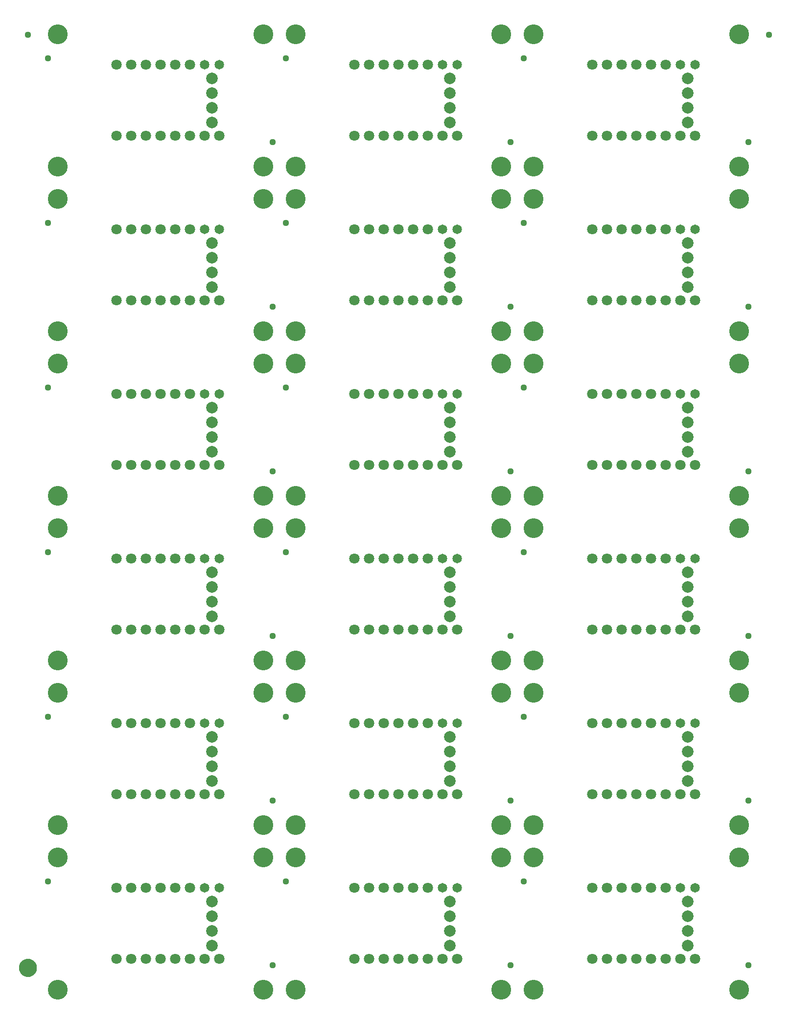
<source format=gbs>
G04 EAGLE Gerber RS-274X export*
G75*
%MOMM*%
%FSLAX34Y34*%
%LPD*%
%INSoldermask Bottom*%
%IPPOS*%
%AMOC8*
5,1,8,0,0,1.08239X$1,22.5*%
G01*
%ADD10C,2.006600*%
%ADD11C,1.127000*%
%ADD12C,1.803400*%
%ADD13C,1.651000*%
%ADD14C,3.429000*%
%ADD15C,1.270000*%
%ADD16C,1.627000*%


D10*
X292100Y101600D03*
X292100Y127000D03*
X292100Y152400D03*
X292100Y177800D03*
D11*
X8890Y212090D03*
X397510Y67310D03*
D12*
X304980Y78780D03*
X279580Y78780D03*
X254180Y78780D03*
X228780Y78780D03*
X203380Y78780D03*
X177980Y78780D03*
X152580Y78780D03*
X127180Y78780D03*
X127180Y201180D03*
X152580Y201180D03*
X177980Y201180D03*
X203380Y201180D03*
X228780Y201180D03*
X254180Y201180D03*
D13*
X279580Y201180D03*
X304980Y201180D03*
D14*
X381000Y25400D03*
X25400Y254000D03*
X25400Y25400D03*
X381000Y254000D03*
D10*
X703580Y101600D03*
X703580Y127000D03*
X703580Y152400D03*
X703580Y177800D03*
D11*
X420370Y212090D03*
X808990Y67310D03*
D12*
X716460Y78780D03*
X691060Y78780D03*
X665660Y78780D03*
X640260Y78780D03*
X614860Y78780D03*
X589460Y78780D03*
X564060Y78780D03*
X538660Y78780D03*
X538660Y201180D03*
X564060Y201180D03*
X589460Y201180D03*
X614860Y201180D03*
X640260Y201180D03*
X665660Y201180D03*
D13*
X691060Y201180D03*
X716460Y201180D03*
D14*
X792480Y25400D03*
X436880Y254000D03*
X436880Y25400D03*
X792480Y254000D03*
D10*
X1115060Y101600D03*
X1115060Y127000D03*
X1115060Y152400D03*
X1115060Y177800D03*
D11*
X831850Y212090D03*
X1220470Y67310D03*
D12*
X1127940Y78780D03*
X1102540Y78780D03*
X1077140Y78780D03*
X1051740Y78780D03*
X1026340Y78780D03*
X1000940Y78780D03*
X975540Y78780D03*
X950140Y78780D03*
X950140Y201180D03*
X975540Y201180D03*
X1000940Y201180D03*
X1026340Y201180D03*
X1051740Y201180D03*
X1077140Y201180D03*
D13*
X1102540Y201180D03*
X1127940Y201180D03*
D14*
X1203960Y25400D03*
X848360Y254000D03*
X848360Y25400D03*
X1203960Y254000D03*
D10*
X292100Y386080D03*
X292100Y411480D03*
X292100Y436880D03*
X292100Y462280D03*
D11*
X8890Y496570D03*
X397510Y351790D03*
D12*
X304980Y363260D03*
X279580Y363260D03*
X254180Y363260D03*
X228780Y363260D03*
X203380Y363260D03*
X177980Y363260D03*
X152580Y363260D03*
X127180Y363260D03*
X127180Y485660D03*
X152580Y485660D03*
X177980Y485660D03*
X203380Y485660D03*
X228780Y485660D03*
X254180Y485660D03*
D13*
X279580Y485660D03*
X304980Y485660D03*
D14*
X381000Y309880D03*
X25400Y538480D03*
X25400Y309880D03*
X381000Y538480D03*
D10*
X703580Y386080D03*
X703580Y411480D03*
X703580Y436880D03*
X703580Y462280D03*
D11*
X420370Y496570D03*
X808990Y351790D03*
D12*
X716460Y363260D03*
X691060Y363260D03*
X665660Y363260D03*
X640260Y363260D03*
X614860Y363260D03*
X589460Y363260D03*
X564060Y363260D03*
X538660Y363260D03*
X538660Y485660D03*
X564060Y485660D03*
X589460Y485660D03*
X614860Y485660D03*
X640260Y485660D03*
X665660Y485660D03*
D13*
X691060Y485660D03*
X716460Y485660D03*
D14*
X792480Y309880D03*
X436880Y538480D03*
X436880Y309880D03*
X792480Y538480D03*
D10*
X1115060Y386080D03*
X1115060Y411480D03*
X1115060Y436880D03*
X1115060Y462280D03*
D11*
X831850Y496570D03*
X1220470Y351790D03*
D12*
X1127940Y363260D03*
X1102540Y363260D03*
X1077140Y363260D03*
X1051740Y363260D03*
X1026340Y363260D03*
X1000940Y363260D03*
X975540Y363260D03*
X950140Y363260D03*
X950140Y485660D03*
X975540Y485660D03*
X1000940Y485660D03*
X1026340Y485660D03*
X1051740Y485660D03*
X1077140Y485660D03*
D13*
X1102540Y485660D03*
X1127940Y485660D03*
D14*
X1203960Y309880D03*
X848360Y538480D03*
X848360Y309880D03*
X1203960Y538480D03*
D10*
X292100Y670560D03*
X292100Y695960D03*
X292100Y721360D03*
X292100Y746760D03*
D11*
X8890Y781050D03*
X397510Y636270D03*
D12*
X304980Y647740D03*
X279580Y647740D03*
X254180Y647740D03*
X228780Y647740D03*
X203380Y647740D03*
X177980Y647740D03*
X152580Y647740D03*
X127180Y647740D03*
X127180Y770140D03*
X152580Y770140D03*
X177980Y770140D03*
X203380Y770140D03*
X228780Y770140D03*
X254180Y770140D03*
D13*
X279580Y770140D03*
X304980Y770140D03*
D14*
X381000Y594360D03*
X25400Y822960D03*
X25400Y594360D03*
X381000Y822960D03*
D10*
X703580Y670560D03*
X703580Y695960D03*
X703580Y721360D03*
X703580Y746760D03*
D11*
X420370Y781050D03*
X808990Y636270D03*
D12*
X716460Y647740D03*
X691060Y647740D03*
X665660Y647740D03*
X640260Y647740D03*
X614860Y647740D03*
X589460Y647740D03*
X564060Y647740D03*
X538660Y647740D03*
X538660Y770140D03*
X564060Y770140D03*
X589460Y770140D03*
X614860Y770140D03*
X640260Y770140D03*
X665660Y770140D03*
D13*
X691060Y770140D03*
X716460Y770140D03*
D14*
X792480Y594360D03*
X436880Y822960D03*
X436880Y594360D03*
X792480Y822960D03*
D10*
X1115060Y670560D03*
X1115060Y695960D03*
X1115060Y721360D03*
X1115060Y746760D03*
D11*
X831850Y781050D03*
X1220470Y636270D03*
D12*
X1127940Y647740D03*
X1102540Y647740D03*
X1077140Y647740D03*
X1051740Y647740D03*
X1026340Y647740D03*
X1000940Y647740D03*
X975540Y647740D03*
X950140Y647740D03*
X950140Y770140D03*
X975540Y770140D03*
X1000940Y770140D03*
X1026340Y770140D03*
X1051740Y770140D03*
X1077140Y770140D03*
D13*
X1102540Y770140D03*
X1127940Y770140D03*
D14*
X1203960Y594360D03*
X848360Y822960D03*
X848360Y594360D03*
X1203960Y822960D03*
D10*
X292100Y955040D03*
X292100Y980440D03*
X292100Y1005840D03*
X292100Y1031240D03*
D11*
X8890Y1065530D03*
X397510Y920750D03*
D12*
X304980Y932220D03*
X279580Y932220D03*
X254180Y932220D03*
X228780Y932220D03*
X203380Y932220D03*
X177980Y932220D03*
X152580Y932220D03*
X127180Y932220D03*
X127180Y1054620D03*
X152580Y1054620D03*
X177980Y1054620D03*
X203380Y1054620D03*
X228780Y1054620D03*
X254180Y1054620D03*
D13*
X279580Y1054620D03*
X304980Y1054620D03*
D14*
X381000Y878840D03*
X25400Y1107440D03*
X25400Y878840D03*
X381000Y1107440D03*
D10*
X703580Y955040D03*
X703580Y980440D03*
X703580Y1005840D03*
X703580Y1031240D03*
D11*
X420370Y1065530D03*
X808990Y920750D03*
D12*
X716460Y932220D03*
X691060Y932220D03*
X665660Y932220D03*
X640260Y932220D03*
X614860Y932220D03*
X589460Y932220D03*
X564060Y932220D03*
X538660Y932220D03*
X538660Y1054620D03*
X564060Y1054620D03*
X589460Y1054620D03*
X614860Y1054620D03*
X640260Y1054620D03*
X665660Y1054620D03*
D13*
X691060Y1054620D03*
X716460Y1054620D03*
D14*
X792480Y878840D03*
X436880Y1107440D03*
X436880Y878840D03*
X792480Y1107440D03*
D10*
X1115060Y955040D03*
X1115060Y980440D03*
X1115060Y1005840D03*
X1115060Y1031240D03*
D11*
X831850Y1065530D03*
X1220470Y920750D03*
D12*
X1127940Y932220D03*
X1102540Y932220D03*
X1077140Y932220D03*
X1051740Y932220D03*
X1026340Y932220D03*
X1000940Y932220D03*
X975540Y932220D03*
X950140Y932220D03*
X950140Y1054620D03*
X975540Y1054620D03*
X1000940Y1054620D03*
X1026340Y1054620D03*
X1051740Y1054620D03*
X1077140Y1054620D03*
D13*
X1102540Y1054620D03*
X1127940Y1054620D03*
D14*
X1203960Y878840D03*
X848360Y1107440D03*
X848360Y878840D03*
X1203960Y1107440D03*
D10*
X292100Y1239520D03*
X292100Y1264920D03*
X292100Y1290320D03*
X292100Y1315720D03*
D11*
X8890Y1350010D03*
X397510Y1205230D03*
D12*
X304980Y1216700D03*
X279580Y1216700D03*
X254180Y1216700D03*
X228780Y1216700D03*
X203380Y1216700D03*
X177980Y1216700D03*
X152580Y1216700D03*
X127180Y1216700D03*
X127180Y1339100D03*
X152580Y1339100D03*
X177980Y1339100D03*
X203380Y1339100D03*
X228780Y1339100D03*
X254180Y1339100D03*
D13*
X279580Y1339100D03*
X304980Y1339100D03*
D14*
X381000Y1163320D03*
X25400Y1391920D03*
X25400Y1163320D03*
X381000Y1391920D03*
D10*
X703580Y1239520D03*
X703580Y1264920D03*
X703580Y1290320D03*
X703580Y1315720D03*
D11*
X420370Y1350010D03*
X808990Y1205230D03*
D12*
X716460Y1216700D03*
X691060Y1216700D03*
X665660Y1216700D03*
X640260Y1216700D03*
X614860Y1216700D03*
X589460Y1216700D03*
X564060Y1216700D03*
X538660Y1216700D03*
X538660Y1339100D03*
X564060Y1339100D03*
X589460Y1339100D03*
X614860Y1339100D03*
X640260Y1339100D03*
X665660Y1339100D03*
D13*
X691060Y1339100D03*
X716460Y1339100D03*
D14*
X792480Y1163320D03*
X436880Y1391920D03*
X436880Y1163320D03*
X792480Y1391920D03*
D10*
X1115060Y1239520D03*
X1115060Y1264920D03*
X1115060Y1290320D03*
X1115060Y1315720D03*
D11*
X831850Y1350010D03*
X1220470Y1205230D03*
D12*
X1127940Y1216700D03*
X1102540Y1216700D03*
X1077140Y1216700D03*
X1051740Y1216700D03*
X1026340Y1216700D03*
X1000940Y1216700D03*
X975540Y1216700D03*
X950140Y1216700D03*
X950140Y1339100D03*
X975540Y1339100D03*
X1000940Y1339100D03*
X1026340Y1339100D03*
X1051740Y1339100D03*
X1077140Y1339100D03*
D13*
X1102540Y1339100D03*
X1127940Y1339100D03*
D14*
X1203960Y1163320D03*
X848360Y1391920D03*
X848360Y1163320D03*
X1203960Y1391920D03*
D10*
X292100Y1524000D03*
X292100Y1549400D03*
X292100Y1574800D03*
X292100Y1600200D03*
D11*
X8890Y1634490D03*
X397510Y1489710D03*
D12*
X304980Y1501180D03*
X279580Y1501180D03*
X254180Y1501180D03*
X228780Y1501180D03*
X203380Y1501180D03*
X177980Y1501180D03*
X152580Y1501180D03*
X127180Y1501180D03*
X127180Y1623580D03*
X152580Y1623580D03*
X177980Y1623580D03*
X203380Y1623580D03*
X228780Y1623580D03*
X254180Y1623580D03*
D13*
X279580Y1623580D03*
X304980Y1623580D03*
D14*
X381000Y1447800D03*
X25400Y1676400D03*
X25400Y1447800D03*
X381000Y1676400D03*
D10*
X703580Y1524000D03*
X703580Y1549400D03*
X703580Y1574800D03*
X703580Y1600200D03*
D11*
X420370Y1634490D03*
X808990Y1489710D03*
D12*
X716460Y1501180D03*
X691060Y1501180D03*
X665660Y1501180D03*
X640260Y1501180D03*
X614860Y1501180D03*
X589460Y1501180D03*
X564060Y1501180D03*
X538660Y1501180D03*
X538660Y1623580D03*
X564060Y1623580D03*
X589460Y1623580D03*
X614860Y1623580D03*
X640260Y1623580D03*
X665660Y1623580D03*
D13*
X691060Y1623580D03*
X716460Y1623580D03*
D14*
X792480Y1447800D03*
X436880Y1676400D03*
X436880Y1447800D03*
X792480Y1676400D03*
D10*
X1115060Y1524000D03*
X1115060Y1549400D03*
X1115060Y1574800D03*
X1115060Y1600200D03*
D11*
X831850Y1634490D03*
X1220470Y1489710D03*
D12*
X1127940Y1501180D03*
X1102540Y1501180D03*
X1077140Y1501180D03*
X1051740Y1501180D03*
X1026340Y1501180D03*
X1000940Y1501180D03*
X975540Y1501180D03*
X950140Y1501180D03*
X950140Y1623580D03*
X975540Y1623580D03*
X1000940Y1623580D03*
X1026340Y1623580D03*
X1051740Y1623580D03*
X1077140Y1623580D03*
D13*
X1102540Y1623580D03*
X1127940Y1623580D03*
D14*
X1203960Y1447800D03*
X848360Y1676400D03*
X848360Y1447800D03*
X1203960Y1676400D03*
D11*
X-26238Y1675130D03*
X1255598Y1675130D03*
D15*
X-35293Y63500D02*
X-35290Y63722D01*
X-35282Y63944D01*
X-35268Y64166D01*
X-35249Y64388D01*
X-35225Y64608D01*
X-35195Y64829D01*
X-35160Y65048D01*
X-35119Y65267D01*
X-35073Y65484D01*
X-35022Y65700D01*
X-34965Y65915D01*
X-34903Y66129D01*
X-34836Y66340D01*
X-34764Y66551D01*
X-34686Y66759D01*
X-34604Y66965D01*
X-34516Y67169D01*
X-34424Y67372D01*
X-34326Y67571D01*
X-34224Y67768D01*
X-34117Y67963D01*
X-34005Y68155D01*
X-33888Y68344D01*
X-33767Y68531D01*
X-33641Y68714D01*
X-33511Y68894D01*
X-33376Y69071D01*
X-33238Y69244D01*
X-33095Y69414D01*
X-32947Y69581D01*
X-32796Y69744D01*
X-32641Y69903D01*
X-32482Y70058D01*
X-32319Y70209D01*
X-32152Y70357D01*
X-31982Y70500D01*
X-31809Y70638D01*
X-31632Y70773D01*
X-31452Y70903D01*
X-31269Y71029D01*
X-31082Y71150D01*
X-30893Y71267D01*
X-30701Y71379D01*
X-30506Y71486D01*
X-30309Y71588D01*
X-30110Y71686D01*
X-29907Y71778D01*
X-29703Y71866D01*
X-29497Y71948D01*
X-29289Y72026D01*
X-29078Y72098D01*
X-28867Y72165D01*
X-28653Y72227D01*
X-28438Y72284D01*
X-28222Y72335D01*
X-28005Y72381D01*
X-27786Y72422D01*
X-27567Y72457D01*
X-27346Y72487D01*
X-27126Y72511D01*
X-26904Y72530D01*
X-26682Y72544D01*
X-26460Y72552D01*
X-26238Y72555D01*
X-26016Y72552D01*
X-25794Y72544D01*
X-25572Y72530D01*
X-25350Y72511D01*
X-25130Y72487D01*
X-24909Y72457D01*
X-24690Y72422D01*
X-24471Y72381D01*
X-24254Y72335D01*
X-24038Y72284D01*
X-23823Y72227D01*
X-23609Y72165D01*
X-23398Y72098D01*
X-23187Y72026D01*
X-22979Y71948D01*
X-22773Y71866D01*
X-22569Y71778D01*
X-22366Y71686D01*
X-22167Y71588D01*
X-21970Y71486D01*
X-21775Y71379D01*
X-21583Y71267D01*
X-21394Y71150D01*
X-21207Y71029D01*
X-21024Y70903D01*
X-20844Y70773D01*
X-20667Y70638D01*
X-20494Y70500D01*
X-20324Y70357D01*
X-20157Y70209D01*
X-19994Y70058D01*
X-19835Y69903D01*
X-19680Y69744D01*
X-19529Y69581D01*
X-19381Y69414D01*
X-19238Y69244D01*
X-19100Y69071D01*
X-18965Y68894D01*
X-18835Y68714D01*
X-18709Y68531D01*
X-18588Y68344D01*
X-18471Y68155D01*
X-18359Y67963D01*
X-18252Y67768D01*
X-18150Y67571D01*
X-18052Y67372D01*
X-17960Y67169D01*
X-17872Y66965D01*
X-17790Y66759D01*
X-17712Y66551D01*
X-17640Y66340D01*
X-17573Y66129D01*
X-17511Y65915D01*
X-17454Y65700D01*
X-17403Y65484D01*
X-17357Y65267D01*
X-17316Y65048D01*
X-17281Y64829D01*
X-17251Y64608D01*
X-17227Y64388D01*
X-17208Y64166D01*
X-17194Y63944D01*
X-17186Y63722D01*
X-17183Y63500D01*
X-17186Y63278D01*
X-17194Y63056D01*
X-17208Y62834D01*
X-17227Y62612D01*
X-17251Y62392D01*
X-17281Y62171D01*
X-17316Y61952D01*
X-17357Y61733D01*
X-17403Y61516D01*
X-17454Y61300D01*
X-17511Y61085D01*
X-17573Y60871D01*
X-17640Y60660D01*
X-17712Y60449D01*
X-17790Y60241D01*
X-17872Y60035D01*
X-17960Y59831D01*
X-18052Y59628D01*
X-18150Y59429D01*
X-18252Y59232D01*
X-18359Y59037D01*
X-18471Y58845D01*
X-18588Y58656D01*
X-18709Y58469D01*
X-18835Y58286D01*
X-18965Y58106D01*
X-19100Y57929D01*
X-19238Y57756D01*
X-19381Y57586D01*
X-19529Y57419D01*
X-19680Y57256D01*
X-19835Y57097D01*
X-19994Y56942D01*
X-20157Y56791D01*
X-20324Y56643D01*
X-20494Y56500D01*
X-20667Y56362D01*
X-20844Y56227D01*
X-21024Y56097D01*
X-21207Y55971D01*
X-21394Y55850D01*
X-21583Y55733D01*
X-21775Y55621D01*
X-21970Y55514D01*
X-22167Y55412D01*
X-22366Y55314D01*
X-22569Y55222D01*
X-22773Y55134D01*
X-22979Y55052D01*
X-23187Y54974D01*
X-23398Y54902D01*
X-23609Y54835D01*
X-23823Y54773D01*
X-24038Y54716D01*
X-24254Y54665D01*
X-24471Y54619D01*
X-24690Y54578D01*
X-24909Y54543D01*
X-25130Y54513D01*
X-25350Y54489D01*
X-25572Y54470D01*
X-25794Y54456D01*
X-26016Y54448D01*
X-26238Y54445D01*
X-26460Y54448D01*
X-26682Y54456D01*
X-26904Y54470D01*
X-27126Y54489D01*
X-27346Y54513D01*
X-27567Y54543D01*
X-27786Y54578D01*
X-28005Y54619D01*
X-28222Y54665D01*
X-28438Y54716D01*
X-28653Y54773D01*
X-28867Y54835D01*
X-29078Y54902D01*
X-29289Y54974D01*
X-29497Y55052D01*
X-29703Y55134D01*
X-29907Y55222D01*
X-30110Y55314D01*
X-30309Y55412D01*
X-30506Y55514D01*
X-30701Y55621D01*
X-30893Y55733D01*
X-31082Y55850D01*
X-31269Y55971D01*
X-31452Y56097D01*
X-31632Y56227D01*
X-31809Y56362D01*
X-31982Y56500D01*
X-32152Y56643D01*
X-32319Y56791D01*
X-32482Y56942D01*
X-32641Y57097D01*
X-32796Y57256D01*
X-32947Y57419D01*
X-33095Y57586D01*
X-33238Y57756D01*
X-33376Y57929D01*
X-33511Y58106D01*
X-33641Y58286D01*
X-33767Y58469D01*
X-33888Y58656D01*
X-34005Y58845D01*
X-34117Y59037D01*
X-34224Y59232D01*
X-34326Y59429D01*
X-34424Y59628D01*
X-34516Y59831D01*
X-34604Y60035D01*
X-34686Y60241D01*
X-34764Y60449D01*
X-34836Y60660D01*
X-34903Y60871D01*
X-34965Y61085D01*
X-35022Y61300D01*
X-35073Y61516D01*
X-35119Y61733D01*
X-35160Y61952D01*
X-35195Y62171D01*
X-35225Y62392D01*
X-35249Y62612D01*
X-35268Y62834D01*
X-35282Y63056D01*
X-35290Y63278D01*
X-35293Y63500D01*
D16*
X-26238Y63500D03*
M02*

</source>
